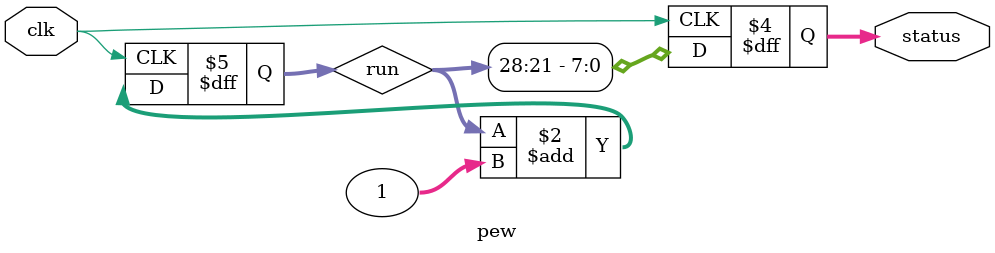
<source format=v>
module pew #(
  parameter WIDTH = 36,
  parameter HEIGHT = 128
) (
  clk,
  // led,
  // trigger,
  // pew,
  status
);

  input clk;
  // input trigger;
  // output pew;
  output reg [7:0] status;

  reg [31:0] run;
  // reg [23:0] mem [WIDTH * HEIGHT - 1 : 0];

  // wire ping;
  // reg go;
  // reg tick;
  // wire [23:0] data;
  // wire dat;

  // reg [4:0] ptr0; // bit pointer
  // reg [15:0] ptr1; // word in line pointer
  // reg [11:0] ptr2; // total word pointer
  // reg [11:0] raddr;

  always @(posedge clk)
    // if (trigger)
    //   run <= 0;
    // else
      run <= run + 1;

  // initial $readmemh("pew.txt", mem);
  //
  // assign ping = run[20];
  //
  // always @(posedge clk)
  //   if (~ping)
  //     ptr0 <= 23;
  //   else
  //     if (tick) begin
  //       if (ptr0 == 0) ptr0 <= 5'd23;
  //       else           ptr0 <= ptr0 - 5'b1;
  //     end
  //
  // always @(posedge clk)
  //   if (~ping) begin
  //     ptr1 <= 0;
  //     go <= 1'b1;
  //   end else if (tick) begin
  //     if (ptr0 == 0) begin
  //       if (ptr1 > 34) begin
  //         go <= 1'b0;
  //       end else begin
  //         ptr1 <= ptr1 + 16'b1;
  //       end
  //     end
  //   end
  //
  // assign ptr2 = (run[28:27] == 0) ? (run[26:20] * 6'd36) : 0;
  //
  // always @(posedge clk)
  //   raddr <= ptr1 + ptr2;
  //
  // assign data = mem[raddr];
  // assign dat = data[ptr0];
  //
  // // fast FSM
  // reg state, nxt_state;
  // reg [15:0] timer0, nxt_timer0;
  //
  // always @(posedge clk) timer0 <= nxt_timer0;
  // always @(posedge clk) state  <= nxt_state;
  //
  // wire timer0_zero;
  // assign timer0_zero = ~|timer0;
  //
  // always @(*) begin
  //   nxt_state = state;
  //   tick = 1'b0;
  //   nxt_timer0 = (timer0 - 16'b1);
  //   if (ping & go)
  //       if (~state) begin
  //           if (timer0_zero) begin
  //               nxt_state = ~state;
  //               if (dat) nxt_timer0 = 69; // 34
  //               else     nxt_timer0 = 35; // 17
  //           end
  //       end else begin
  //           if (timer0_zero) begin
  //               tick = 1'b1;
  //               nxt_state = ~state;
  //               if (dat) nxt_timer0 = 59; // 29
  //               else     nxt_timer0 = 79; // 39
  //           end
  //       end
  //   else begin
  //       nxt_state = 1'b0;
  //       nxt_timer0 = 4999; // 2499 = 100us reset
  //   end
  // end
  //
  // // assign pew = run[24];
  // assign pew = state & ping;
  always @(posedge clk)
    status <= run[28:21];

endmodule

</source>
